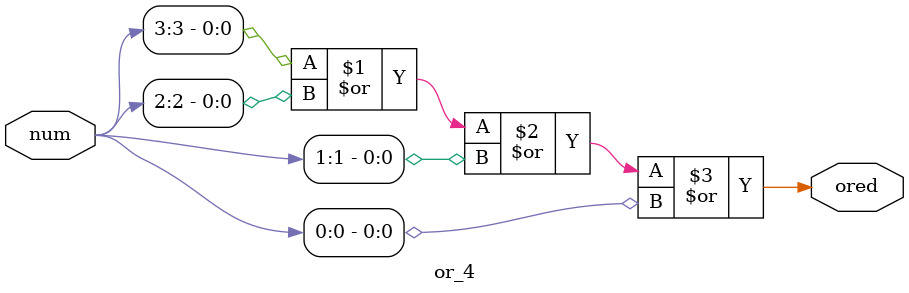
<source format=sv>
`timescale 1ns/10ps
module or_4(num, ored);
    input logic [3:0] num;
    output logic ored;

    or #(50ps) orGate (ored, num[3], num[2], num[1], num[0]);
endmodule
</source>
